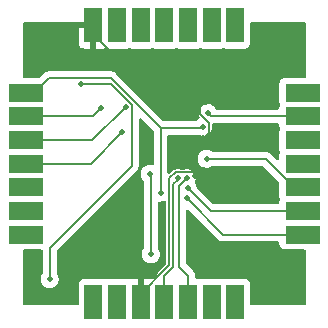
<source format=gbr>
G04 #@! TF.GenerationSoftware,KiCad,Pcbnew,(5.99.0-7341-g916db1094)*
G04 #@! TF.CreationDate,2020-12-04T14:01:58-06:00*
G04 #@! TF.ProjectId,CircuitBrains Basic v1_2,43697263-7569-4744-9272-61696e732042,rev?*
G04 #@! TF.SameCoordinates,Original*
G04 #@! TF.FileFunction,Copper,L2,Bot*
G04 #@! TF.FilePolarity,Positive*
%FSLAX46Y46*%
G04 Gerber Fmt 4.6, Leading zero omitted, Abs format (unit mm)*
G04 Created by KiCad (PCBNEW (5.99.0-7341-g916db1094)) date 2020-12-04 14:01:58*
%MOMM*%
%LPD*%
G01*
G04 APERTURE LIST*
G04 #@! TA.AperFunction,SMDPad,CuDef*
%ADD10R,3.000000X1.500000*%
G04 #@! TD*
G04 #@! TA.AperFunction,SMDPad,CuDef*
%ADD11R,1.500000X3.000000*%
G04 #@! TD*
G04 #@! TA.AperFunction,ViaPad*
%ADD12C,1.400000*%
G04 #@! TD*
G04 #@! TA.AperFunction,ViaPad*
%ADD13C,0.508000*%
G04 #@! TD*
G04 #@! TA.AperFunction,Conductor*
%ADD14C,0.152400*%
G04 #@! TD*
G04 #@! TA.AperFunction,Conductor*
%ADD15C,0.200000*%
G04 #@! TD*
G04 APERTURE END LIST*
D10*
X88350000Y-96500000D03*
X88350000Y-98500000D03*
X88350000Y-100500000D03*
X88350000Y-102500000D03*
X88350000Y-104500000D03*
X88350000Y-106500000D03*
X88350000Y-108500000D03*
D11*
X94100000Y-114250000D03*
X96100000Y-114250000D03*
X98100000Y-114250000D03*
X100100000Y-114250000D03*
X102100000Y-114250000D03*
X104100000Y-114250000D03*
X106100000Y-114250000D03*
D10*
X111850000Y-108500000D03*
X111850000Y-106500000D03*
X111850000Y-104500000D03*
X111850000Y-102500000D03*
X111850000Y-100500000D03*
X111850000Y-98500000D03*
X111850000Y-96500000D03*
D11*
X106100000Y-90750000D03*
X104100000Y-90750000D03*
X102100000Y-90750000D03*
X100100000Y-90750000D03*
X98100000Y-90750000D03*
X96100000Y-90750000D03*
X94100000Y-90750000D03*
D12*
X94100000Y-90000000D03*
X98100000Y-115000000D03*
D13*
X102699300Y-103563000D03*
X109000000Y-101350000D03*
X101300000Y-98600000D03*
X103132300Y-96412500D03*
X103385000Y-100350000D03*
X102220550Y-109120550D03*
D12*
X94100000Y-91500000D03*
D13*
X109650000Y-110300000D03*
X98950000Y-100100000D03*
X101450000Y-100350000D03*
D12*
X98100000Y-113500000D03*
X106100000Y-115000000D03*
X87600000Y-96500000D03*
X89100000Y-96500000D03*
X106100000Y-113500000D03*
D13*
X99780100Y-104941800D03*
X103365500Y-99368300D03*
D12*
X112600000Y-102500000D03*
X111100000Y-102500000D03*
X104100000Y-115000000D03*
X104100000Y-113500000D03*
D13*
X93009100Y-95766300D03*
X90391000Y-112268800D03*
D12*
X98100000Y-90000000D03*
X98100000Y-91500000D03*
X112600000Y-98500000D03*
D13*
X103795700Y-98234200D03*
D12*
X111100000Y-98500000D03*
X96100000Y-90000000D03*
X96100000Y-91500000D03*
X94100000Y-115000000D03*
X94100000Y-113500000D03*
D13*
X98850000Y-103367800D03*
X98951600Y-110163500D03*
D12*
X104100000Y-90000000D03*
X104100000Y-91500000D03*
X102100000Y-90000000D03*
X102100000Y-91500000D03*
X100100000Y-90000000D03*
X100100000Y-91500000D03*
X87600000Y-102500000D03*
X89100000Y-102500000D03*
D13*
X96511200Y-99854900D03*
D12*
X87600000Y-106500000D03*
X89100000Y-106500000D03*
X87600000Y-108500000D03*
X89100000Y-108500000D03*
X87600000Y-104500000D03*
X89100000Y-104500000D03*
X112600000Y-100500000D03*
X111100000Y-100500000D03*
X112600000Y-104500000D03*
D13*
X103678900Y-102085600D03*
D12*
X111100000Y-104500000D03*
X112600000Y-106500000D03*
X111100000Y-106500000D03*
D13*
X102072400Y-104560900D03*
D12*
X112600000Y-108500000D03*
D13*
X101995000Y-105436800D03*
D12*
X111100000Y-108500000D03*
X100100000Y-115000000D03*
D13*
X101221000Y-103740000D03*
D12*
X100100000Y-113500000D03*
X102100000Y-115000000D03*
X102100000Y-113500000D03*
D13*
X101979000Y-103740000D03*
D12*
X96100000Y-115000000D03*
X96100000Y-113500000D03*
X112600000Y-96500000D03*
X111100000Y-96500000D03*
X106100000Y-90000000D03*
X106100000Y-91500000D03*
X87600000Y-98500000D03*
D13*
X94750000Y-97806200D03*
D12*
X89100000Y-98500000D03*
X87600000Y-100500000D03*
X89100000Y-100500000D03*
D13*
X96815100Y-97665000D03*
D14*
X102585300Y-103200300D02*
X102585300Y-103449000D01*
X103132300Y-98296300D02*
X103132300Y-96412500D01*
X103385000Y-100350000D02*
X103777500Y-99957500D01*
X100534700Y-111065300D02*
X100534700Y-103712900D01*
X94100000Y-91500000D02*
X99012500Y-96412500D01*
X101047300Y-103200300D02*
X102585300Y-103200300D01*
X103905900Y-99957500D02*
X105298400Y-101350000D01*
X108640790Y-101350000D02*
X109000000Y-101350000D01*
X98100000Y-113500000D02*
X98100000Y-114250000D01*
X105298400Y-101350000D02*
X108640790Y-101350000D01*
X103777500Y-99957500D02*
X103905900Y-99957500D01*
X103905900Y-99957500D02*
X103905900Y-99069900D01*
X100534700Y-103712900D02*
X101047300Y-103200300D01*
X98100000Y-113500000D02*
X100534700Y-111065300D01*
X99012500Y-96412500D02*
X103132300Y-96412500D01*
X103905900Y-99069900D02*
X103132300Y-98296300D01*
X94100000Y-90750000D02*
X94100000Y-91500000D01*
X102585300Y-101149700D02*
X102585300Y-103200300D01*
X103385000Y-100350000D02*
X102585300Y-101149700D01*
X102585300Y-103449000D02*
X102699300Y-103563000D01*
X99780100Y-104941800D02*
X99780100Y-99474200D01*
X99780100Y-99474200D02*
X95572400Y-95266500D01*
X95572400Y-95266500D02*
X90333500Y-95266500D01*
X88350000Y-96500000D02*
X89100000Y-96500000D01*
X106100000Y-113500000D02*
X106100000Y-114250000D01*
X99780100Y-99474200D02*
X103259600Y-99474200D01*
X90333500Y-95266500D02*
X89100000Y-96500000D01*
X103259600Y-99474200D02*
X103365500Y-99368300D01*
X111100000Y-102500000D02*
X111850000Y-102500000D01*
X104100000Y-113500000D02*
X104100000Y-114250000D01*
X95599800Y-95766300D02*
X93009100Y-95766300D01*
X90391000Y-112268800D02*
X90391000Y-109607900D01*
X97342400Y-97508900D02*
X95599800Y-95766300D01*
X90391000Y-109607900D02*
X97342400Y-102656500D01*
X97342400Y-102656500D02*
X97342400Y-97508900D01*
X98100000Y-91500000D02*
X98100000Y-90750000D01*
X111100000Y-98500000D02*
X104061500Y-98500000D01*
X104061500Y-98500000D02*
X103795700Y-98234200D01*
X111850000Y-98500000D02*
X111100000Y-98500000D01*
X96100000Y-91500000D02*
X96100000Y-90750000D01*
X94100000Y-113500000D02*
X94100000Y-114250000D01*
X98951600Y-110163500D02*
X98951600Y-103469400D01*
X98951600Y-103469400D02*
X98850000Y-103367800D01*
X104100000Y-91500000D02*
X104100000Y-90750000D01*
X102100000Y-91500000D02*
X102100000Y-90750000D01*
X100100000Y-91500000D02*
X100100000Y-90750000D01*
X88350000Y-102500000D02*
X89100000Y-102500000D01*
X89100000Y-102500000D02*
X93866100Y-102500000D01*
X93866100Y-102500000D02*
X96511200Y-99854900D01*
X89100000Y-106500000D02*
X88350000Y-106500000D01*
X88350000Y-108500000D02*
X89100000Y-108500000D01*
X88350000Y-104500000D02*
X89100000Y-104500000D01*
X111850000Y-100500000D02*
X111100000Y-100500000D01*
X111850000Y-104500000D02*
X111100000Y-104500000D01*
X108685600Y-102085600D02*
X103678900Y-102085600D01*
X111100000Y-104500000D02*
X108685600Y-102085600D01*
X104011500Y-106500000D02*
X111100000Y-106500000D01*
X102072400Y-104560900D02*
X104011500Y-106500000D01*
X111100000Y-106500000D02*
X111850000Y-106500000D01*
X111850000Y-108500000D02*
X111100000Y-108500000D01*
X111100000Y-108500000D02*
X105058200Y-108500000D01*
X105058200Y-108500000D02*
X101995000Y-105436800D01*
D15*
X100100000Y-113500000D02*
X100100000Y-114250000D01*
X100875000Y-111225000D02*
X100100000Y-112000000D01*
X101221000Y-103740000D02*
X101221000Y-103862000D01*
X100100000Y-112000000D02*
X100100000Y-113500000D01*
X100875000Y-104208000D02*
X100875000Y-111225000D01*
X101221000Y-103862000D02*
X100875000Y-104208000D01*
X101979000Y-103740000D02*
X101325000Y-104394000D01*
X101325000Y-111225000D02*
X102100000Y-112000000D01*
X101325000Y-104394000D02*
X101325000Y-111225000D01*
X102100000Y-113500000D02*
X102100000Y-114250000D01*
X102100000Y-112000000D02*
X102100000Y-113500000D01*
D14*
X96100000Y-114250000D02*
X96100000Y-113500000D01*
X111100000Y-96500000D02*
X111850000Y-96500000D01*
X106100000Y-91500000D02*
X106100000Y-90750000D01*
X94056200Y-98500000D02*
X94750000Y-97806200D01*
X88350000Y-98500000D02*
X89100000Y-98500000D01*
X89100000Y-98500000D02*
X94056200Y-98500000D01*
X89100000Y-100500000D02*
X93980100Y-100500000D01*
X93980100Y-100500000D02*
X96815100Y-97665000D01*
X88350000Y-100500000D02*
X89100000Y-100500000D01*
G04 #@! TA.AperFunction,Conductor*
G36*
X102142012Y-106411155D02*
G01*
X102148594Y-106417283D01*
X103401748Y-107670438D01*
X104612052Y-108880742D01*
X104622920Y-108893134D01*
X104636193Y-108910432D01*
X104636196Y-108910435D01*
X104641219Y-108916981D01*
X104741039Y-108993575D01*
X104763350Y-109010695D01*
X104905574Y-109069606D01*
X105058200Y-109089700D01*
X105066388Y-109088622D01*
X105087990Y-109085778D01*
X105104437Y-109084700D01*
X109710500Y-109084700D01*
X109778621Y-109104702D01*
X109825114Y-109158358D01*
X109836500Y-109210700D01*
X109836500Y-109250000D01*
X109841727Y-109323079D01*
X109882904Y-109463316D01*
X109887775Y-109470895D01*
X109957051Y-109578691D01*
X109957053Y-109578694D01*
X109961923Y-109586271D01*
X109968733Y-109592172D01*
X110065569Y-109676082D01*
X110065572Y-109676084D01*
X110072381Y-109681984D01*
X110080579Y-109685728D01*
X110132819Y-109709585D01*
X110205330Y-109742700D01*
X110214245Y-109743982D01*
X110214246Y-109743982D01*
X110345552Y-109762861D01*
X110345559Y-109762862D01*
X110350000Y-109763500D01*
X111966000Y-109763500D01*
X112034121Y-109783502D01*
X112080614Y-109837158D01*
X112092000Y-109889500D01*
X112092000Y-114366000D01*
X112071998Y-114434121D01*
X112018342Y-114480614D01*
X111966000Y-114492000D01*
X107489500Y-114492000D01*
X107421379Y-114471998D01*
X107374886Y-114418342D01*
X107363500Y-114366000D01*
X107363500Y-112750000D01*
X107358273Y-112676921D01*
X107317096Y-112536684D01*
X107261269Y-112449816D01*
X107242949Y-112421309D01*
X107242947Y-112421306D01*
X107238077Y-112413729D01*
X107231267Y-112407828D01*
X107134431Y-112323918D01*
X107134428Y-112323916D01*
X107127619Y-112318016D01*
X107065629Y-112289706D01*
X107002864Y-112261042D01*
X107002863Y-112261042D01*
X106994670Y-112257300D01*
X106985755Y-112256018D01*
X106985754Y-112256018D01*
X106854448Y-112237139D01*
X106854441Y-112237138D01*
X106850000Y-112236500D01*
X105350000Y-112236500D01*
X105276921Y-112241727D01*
X105136684Y-112282904D01*
X105136119Y-112280981D01*
X105077321Y-112289434D01*
X105042912Y-112279331D01*
X105002864Y-112261042D01*
X105002863Y-112261042D01*
X104994670Y-112257300D01*
X104985759Y-112256019D01*
X104985756Y-112256018D01*
X104854448Y-112237139D01*
X104854441Y-112237138D01*
X104850000Y-112236500D01*
X103350000Y-112236500D01*
X103276921Y-112241727D01*
X103136684Y-112282904D01*
X103136119Y-112280981D01*
X103077321Y-112289434D01*
X103042912Y-112279331D01*
X103002864Y-112261042D01*
X103002863Y-112261042D01*
X102994670Y-112257300D01*
X102985759Y-112256019D01*
X102985756Y-112256018D01*
X102854448Y-112237139D01*
X102854441Y-112237138D01*
X102850000Y-112236500D01*
X102834500Y-112236500D01*
X102766379Y-112216498D01*
X102719886Y-112162842D01*
X102708500Y-112110500D01*
X102708500Y-112046238D01*
X102709578Y-112029792D01*
X102712422Y-112008189D01*
X102712422Y-112008188D01*
X102713500Y-112000000D01*
X102692596Y-111841214D01*
X102656693Y-111754539D01*
X102631307Y-111693250D01*
X102533810Y-111566190D01*
X102509964Y-111547893D01*
X102497579Y-111537031D01*
X101970405Y-111009858D01*
X101936380Y-110947545D01*
X101933500Y-110920762D01*
X101933500Y-106506379D01*
X101953502Y-106438258D01*
X102007158Y-106391765D01*
X102077432Y-106381661D01*
X102142012Y-106411155D01*
G37*
G04 #@! TD.AperFunction*
G04 #@! TA.AperFunction,Conductor*
G36*
X98135612Y-98657056D02*
G01*
X98142193Y-98663183D01*
X98667234Y-99188225D01*
X99158496Y-99679487D01*
X99192522Y-99741799D01*
X99195401Y-99768582D01*
X99195400Y-102506063D01*
X99175398Y-102574184D01*
X99121742Y-102620677D01*
X99051468Y-102630780D01*
X99032877Y-102626653D01*
X98992923Y-102614552D01*
X98992914Y-102614550D01*
X98985913Y-102612430D01*
X98808495Y-102601423D01*
X98801280Y-102602663D01*
X98801277Y-102602663D01*
X98661330Y-102626711D01*
X98633303Y-102631527D01*
X98626568Y-102634393D01*
X98626567Y-102634393D01*
X98557089Y-102663956D01*
X98469735Y-102701125D01*
X98463847Y-102705458D01*
X98463842Y-102705461D01*
X98340574Y-102796177D01*
X98326566Y-102806486D01*
X98321822Y-102812069D01*
X98321823Y-102812069D01*
X98216214Y-102936378D01*
X98216211Y-102936382D01*
X98211475Y-102941957D01*
X98130636Y-103100271D01*
X98128896Y-103107380D01*
X98128895Y-103107384D01*
X98094828Y-103246606D01*
X98088385Y-103272936D01*
X98086989Y-103450690D01*
X98126523Y-103623997D01*
X98204865Y-103783561D01*
X98317814Y-103920823D01*
X98323644Y-103925257D01*
X98328270Y-103929708D01*
X98363485Y-103991356D01*
X98366901Y-104020498D01*
X98366900Y-109628005D01*
X98346898Y-109696126D01*
X98336932Y-109709576D01*
X98313075Y-109737657D01*
X98232236Y-109895971D01*
X98230496Y-109903080D01*
X98230495Y-109903084D01*
X98191725Y-110061524D01*
X98189985Y-110068636D01*
X98188589Y-110246390D01*
X98228123Y-110419697D01*
X98306465Y-110579261D01*
X98311113Y-110584910D01*
X98311114Y-110584911D01*
X98377017Y-110665000D01*
X98419414Y-110716523D01*
X98503231Y-110780259D01*
X98555086Y-110819691D01*
X98555089Y-110819693D01*
X98560911Y-110824120D01*
X98567592Y-110827087D01*
X98567596Y-110827090D01*
X98716678Y-110893309D01*
X98716680Y-110893310D01*
X98723365Y-110896279D01*
X98898062Y-110929130D01*
X98905370Y-110928792D01*
X98905373Y-110928792D01*
X99068316Y-110921251D01*
X99068320Y-110921250D01*
X99075631Y-110920912D01*
X99157090Y-110897631D01*
X99239505Y-110874077D01*
X99239508Y-110874076D01*
X99246547Y-110872064D01*
X99340066Y-110819691D01*
X99395253Y-110788785D01*
X99395256Y-110788783D01*
X99401641Y-110785207D01*
X99532594Y-110665000D01*
X99632381Y-110517892D01*
X99695649Y-110351773D01*
X99719005Y-110175555D01*
X99719100Y-110163500D01*
X99698515Y-109986937D01*
X99667786Y-109902279D01*
X99640359Y-109826721D01*
X99640359Y-109826720D01*
X99637863Y-109819845D01*
X99584832Y-109738958D01*
X99556928Y-109696398D01*
X99536300Y-109627313D01*
X99536300Y-105823555D01*
X99556302Y-105755434D01*
X99609958Y-105708941D01*
X99685585Y-105699725D01*
X99719370Y-105706078D01*
X99719374Y-105706078D01*
X99726562Y-105707430D01*
X99733870Y-105707092D01*
X99733873Y-105707092D01*
X99896816Y-105699551D01*
X99896820Y-105699550D01*
X99904131Y-105699212D01*
X99911171Y-105697200D01*
X100068005Y-105652377D01*
X100068008Y-105652376D01*
X100075047Y-105650364D01*
X100081438Y-105646785D01*
X100088190Y-105643974D01*
X100088987Y-105645888D01*
X100148138Y-105632353D01*
X100214921Y-105656447D01*
X100258076Y-105712823D01*
X100266500Y-105758121D01*
X100266501Y-110920760D01*
X100246499Y-110988881D01*
X100229597Y-111009855D01*
X99702427Y-111537026D01*
X99690035Y-111547893D01*
X99672743Y-111561161D01*
X99672740Y-111561164D01*
X99666190Y-111566190D01*
X99568693Y-111693251D01*
X99565533Y-111700881D01*
X99565532Y-111700882D01*
X99543308Y-111754537D01*
X99517921Y-111815829D01*
X99507406Y-111841214D01*
X99507405Y-111841216D01*
X99491500Y-111962023D01*
X99491500Y-111962028D01*
X99486501Y-112000000D01*
X99487579Y-112008188D01*
X99487579Y-112008189D01*
X99490422Y-112029784D01*
X99491500Y-112046230D01*
X99491500Y-112110500D01*
X99471498Y-112178621D01*
X99417842Y-112225114D01*
X99365500Y-112236500D01*
X99350000Y-112236500D01*
X99276921Y-112241727D01*
X99136684Y-112282904D01*
X99136172Y-112281160D01*
X99076723Y-112289706D01*
X99042317Y-112279603D01*
X99002728Y-112261524D01*
X98985612Y-112256498D01*
X98854446Y-112237639D01*
X98845505Y-112237000D01*
X98372115Y-112237000D01*
X98356876Y-112241475D01*
X98355671Y-112242865D01*
X98354000Y-112250548D01*
X98353999Y-114366000D01*
X98333997Y-114434121D01*
X98280341Y-114480614D01*
X98227999Y-114492000D01*
X97972000Y-114492000D01*
X97903879Y-114471998D01*
X97857386Y-114418342D01*
X97846000Y-114366000D01*
X97846001Y-112255115D01*
X97841526Y-112239876D01*
X97840136Y-112238671D01*
X97832453Y-112237000D01*
X97352257Y-112237000D01*
X97347750Y-112237161D01*
X97283731Y-112241740D01*
X97270509Y-112244126D01*
X97136892Y-112283359D01*
X97136293Y-112281318D01*
X97077922Y-112289709D01*
X97043514Y-112279606D01*
X97002865Y-112261042D01*
X97002862Y-112261041D01*
X96994670Y-112257300D01*
X96985755Y-112256018D01*
X96985754Y-112256018D01*
X96854448Y-112237139D01*
X96854441Y-112237138D01*
X96850000Y-112236500D01*
X95350000Y-112236500D01*
X95276921Y-112241727D01*
X95136684Y-112282904D01*
X95136119Y-112280981D01*
X95077321Y-112289434D01*
X95042912Y-112279331D01*
X95002864Y-112261042D01*
X95002863Y-112261042D01*
X94994670Y-112257300D01*
X94985759Y-112256019D01*
X94985756Y-112256018D01*
X94854448Y-112237139D01*
X94854441Y-112237138D01*
X94850000Y-112236500D01*
X93350000Y-112236500D01*
X93276921Y-112241727D01*
X93223884Y-112257300D01*
X93145330Y-112280365D01*
X93145328Y-112280366D01*
X93136684Y-112282904D01*
X93100980Y-112305850D01*
X93021309Y-112357051D01*
X93021306Y-112357053D01*
X93013729Y-112361923D01*
X93007828Y-112368733D01*
X92923918Y-112465569D01*
X92923916Y-112465572D01*
X92918016Y-112472381D01*
X92857300Y-112605330D01*
X92856018Y-112614245D01*
X92856018Y-112614246D01*
X92837139Y-112745552D01*
X92837138Y-112745559D01*
X92836500Y-112750000D01*
X92836500Y-114366000D01*
X92816498Y-114434121D01*
X92762842Y-114480614D01*
X92710500Y-114492000D01*
X88234000Y-114492000D01*
X88165879Y-114471998D01*
X88119386Y-114418342D01*
X88108000Y-114366000D01*
X88108000Y-109889500D01*
X88128002Y-109821379D01*
X88181658Y-109774886D01*
X88234000Y-109763500D01*
X89680301Y-109763500D01*
X89748422Y-109783502D01*
X89794915Y-109837158D01*
X89806301Y-109889500D01*
X89806300Y-110819691D01*
X89806300Y-111733305D01*
X89786298Y-111801426D01*
X89776332Y-111814876D01*
X89752475Y-111842957D01*
X89671636Y-112001271D01*
X89669896Y-112008380D01*
X89669895Y-112008384D01*
X89631125Y-112166824D01*
X89629385Y-112173936D01*
X89629328Y-112181254D01*
X89629327Y-112181258D01*
X89628852Y-112241740D01*
X89627989Y-112351690D01*
X89667523Y-112524997D01*
X89745865Y-112684561D01*
X89750513Y-112690210D01*
X89750514Y-112690211D01*
X89816417Y-112770300D01*
X89858814Y-112821823D01*
X89942631Y-112885559D01*
X89994486Y-112924991D01*
X89994489Y-112924993D01*
X90000311Y-112929420D01*
X90006992Y-112932387D01*
X90006996Y-112932390D01*
X90156078Y-112998609D01*
X90156080Y-112998610D01*
X90162765Y-113001579D01*
X90337462Y-113034430D01*
X90344770Y-113034092D01*
X90344773Y-113034092D01*
X90507716Y-113026551D01*
X90507720Y-113026550D01*
X90515031Y-113026212D01*
X90596490Y-113002931D01*
X90678905Y-112979377D01*
X90678908Y-112979376D01*
X90685947Y-112977364D01*
X90779466Y-112924991D01*
X90834653Y-112894085D01*
X90834656Y-112894083D01*
X90841041Y-112890507D01*
X90971994Y-112770300D01*
X91071781Y-112623192D01*
X91135049Y-112457073D01*
X91152698Y-112323918D01*
X91157893Y-112284719D01*
X91157893Y-112284717D01*
X91158405Y-112280855D01*
X91158500Y-112268800D01*
X91157596Y-112261042D01*
X91138763Y-112099507D01*
X91138762Y-112099504D01*
X91137915Y-112092237D01*
X91120843Y-112045203D01*
X91079759Y-111932021D01*
X91079759Y-111932020D01*
X91077263Y-111925145D01*
X91071017Y-111915617D01*
X90996328Y-111801698D01*
X90975700Y-111732613D01*
X90975700Y-109902279D01*
X90995702Y-109834158D01*
X91012605Y-109813184D01*
X97723146Y-103102644D01*
X97735538Y-103091776D01*
X97738244Y-103089700D01*
X97759381Y-103073481D01*
X97782366Y-103043527D01*
X97810706Y-103006593D01*
X97853095Y-102951350D01*
X97912006Y-102809126D01*
X97927100Y-102694478D01*
X97927100Y-102694477D01*
X97932100Y-102656501D01*
X97928178Y-102626711D01*
X97927100Y-102610264D01*
X97927100Y-98752280D01*
X97947102Y-98684159D01*
X98000758Y-98637666D01*
X98071032Y-98627562D01*
X98135612Y-98657056D01*
G37*
G04 #@! TD.AperFunction*
G04 #@! TA.AperFunction,Conductor*
G36*
X109778621Y-99104702D02*
G01*
X109825114Y-99158358D01*
X109836500Y-99210700D01*
X109836500Y-99250000D01*
X109841727Y-99323079D01*
X109862748Y-99394670D01*
X109882904Y-99463316D01*
X109880981Y-99463881D01*
X109889434Y-99522679D01*
X109879331Y-99557088D01*
X109861042Y-99597136D01*
X109857300Y-99605330D01*
X109856019Y-99614241D01*
X109856018Y-99614244D01*
X109837139Y-99745552D01*
X109837138Y-99745559D01*
X109836500Y-99750000D01*
X109836500Y-101250000D01*
X109841727Y-101323079D01*
X109862748Y-101394670D01*
X109882904Y-101463316D01*
X109880981Y-101463881D01*
X109889434Y-101522679D01*
X109879331Y-101557088D01*
X109868899Y-101579932D01*
X109857300Y-101605330D01*
X109856019Y-101614241D01*
X109856018Y-101614244D01*
X109837139Y-101745552D01*
X109837138Y-101745559D01*
X109836500Y-101750000D01*
X109836500Y-102105421D01*
X109816498Y-102173542D01*
X109762842Y-102220035D01*
X109692568Y-102230139D01*
X109627988Y-102200645D01*
X109621405Y-102194516D01*
X109131752Y-101704863D01*
X109120884Y-101692472D01*
X109107604Y-101675165D01*
X109107603Y-101675164D01*
X109102581Y-101668619D01*
X108980450Y-101574905D01*
X108838226Y-101515994D01*
X108723578Y-101500900D01*
X108685600Y-101495900D01*
X108677412Y-101496978D01*
X108655810Y-101499822D01*
X108639363Y-101500900D01*
X104219067Y-101500900D01*
X104150946Y-101480898D01*
X104143883Y-101475996D01*
X104138651Y-101471039D01*
X104132328Y-101467366D01*
X104132325Y-101467364D01*
X103991265Y-101385430D01*
X103991266Y-101385430D01*
X103984940Y-101381756D01*
X103814813Y-101330230D01*
X103637395Y-101319223D01*
X103630180Y-101320463D01*
X103630177Y-101320463D01*
X103469419Y-101348087D01*
X103462203Y-101349327D01*
X103298635Y-101418925D01*
X103292747Y-101423258D01*
X103292742Y-101423261D01*
X103162438Y-101519155D01*
X103155466Y-101524286D01*
X103150722Y-101529869D01*
X103150723Y-101529869D01*
X103045114Y-101654178D01*
X103045111Y-101654182D01*
X103040375Y-101659757D01*
X102959536Y-101818071D01*
X102957796Y-101825180D01*
X102957795Y-101825184D01*
X102935744Y-101915300D01*
X102917285Y-101990736D01*
X102915889Y-102168490D01*
X102955423Y-102341797D01*
X103033765Y-102501361D01*
X103146714Y-102638623D01*
X103225142Y-102698261D01*
X103282386Y-102741791D01*
X103282389Y-102741793D01*
X103288211Y-102746220D01*
X103294892Y-102749187D01*
X103294896Y-102749190D01*
X103443978Y-102815409D01*
X103443980Y-102815410D01*
X103450665Y-102818379D01*
X103625362Y-102851230D01*
X103632670Y-102850892D01*
X103632673Y-102850892D01*
X103795616Y-102843351D01*
X103795620Y-102843350D01*
X103802931Y-102843012D01*
X103884390Y-102819731D01*
X103966805Y-102796177D01*
X103966808Y-102796176D01*
X103973847Y-102794164D01*
X104128941Y-102707307D01*
X104134332Y-102702358D01*
X104140266Y-102698063D01*
X104141279Y-102699462D01*
X104196818Y-102672148D01*
X104218318Y-102670300D01*
X108391221Y-102670300D01*
X108459342Y-102690302D01*
X108480316Y-102707205D01*
X109799595Y-104026485D01*
X109833621Y-104088797D01*
X109836500Y-104115580D01*
X109836500Y-105250000D01*
X109841727Y-105323079D01*
X109862748Y-105394670D01*
X109882904Y-105463316D01*
X109880981Y-105463881D01*
X109889434Y-105522679D01*
X109879331Y-105557088D01*
X109876400Y-105563507D01*
X109857300Y-105605330D01*
X109856019Y-105614241D01*
X109856018Y-105614244D01*
X109837139Y-105745552D01*
X109837138Y-105745559D01*
X109836500Y-105750000D01*
X109836500Y-105789300D01*
X109816498Y-105857421D01*
X109762842Y-105903914D01*
X109710500Y-105915300D01*
X104305882Y-105915300D01*
X104237761Y-105895298D01*
X104216787Y-105878396D01*
X102863045Y-104524656D01*
X102829020Y-104462343D01*
X102826988Y-104450151D01*
X102820163Y-104391607D01*
X102820162Y-104391603D01*
X102819315Y-104384337D01*
X102758663Y-104217245D01*
X102701795Y-104130506D01*
X102681172Y-104062572D01*
X102689418Y-104016576D01*
X102720443Y-103935115D01*
X102723049Y-103928273D01*
X102724037Y-103920823D01*
X102745893Y-103755919D01*
X102745893Y-103755917D01*
X102746405Y-103752055D01*
X102746500Y-103740000D01*
X102746047Y-103736111D01*
X102726763Y-103570707D01*
X102726762Y-103570704D01*
X102725915Y-103563437D01*
X102684990Y-103450690D01*
X102667759Y-103403221D01*
X102667759Y-103403220D01*
X102665263Y-103396345D01*
X102634023Y-103348695D01*
X102571811Y-103253806D01*
X102571810Y-103253805D01*
X102567799Y-103247687D01*
X102438751Y-103125439D01*
X102285040Y-103036156D01*
X102114913Y-102984630D01*
X101937495Y-102973623D01*
X101930280Y-102974863D01*
X101930277Y-102974863D01*
X101769519Y-103002487D01*
X101762303Y-103003727D01*
X101755568Y-103006593D01*
X101755567Y-103006593D01*
X101652347Y-103050513D01*
X101581833Y-103058779D01*
X101539731Y-103043527D01*
X101533373Y-103039834D01*
X101533370Y-103039833D01*
X101527040Y-103036156D01*
X101356913Y-102984630D01*
X101179495Y-102973623D01*
X101172280Y-102974863D01*
X101172277Y-102974863D01*
X101011519Y-103002487D01*
X101004303Y-103003727D01*
X100997568Y-103006593D01*
X100997567Y-103006593D01*
X100933071Y-103034036D01*
X100840735Y-103073325D01*
X100834847Y-103077658D01*
X100834842Y-103077661D01*
X100703466Y-103174344D01*
X100697566Y-103178686D01*
X100611275Y-103280258D01*
X100586825Y-103309037D01*
X100527477Y-103348002D01*
X100456483Y-103348695D01*
X100396385Y-103310896D01*
X100366263Y-103246606D01*
X100364800Y-103227458D01*
X100364800Y-100184900D01*
X100384802Y-100116779D01*
X100438458Y-100070286D01*
X100490800Y-100058900D01*
X103015580Y-100058900D01*
X103066728Y-100069748D01*
X103130578Y-100098109D01*
X103130580Y-100098110D01*
X103137265Y-100101079D01*
X103311962Y-100133930D01*
X103319270Y-100133592D01*
X103319273Y-100133592D01*
X103482216Y-100126051D01*
X103482220Y-100126050D01*
X103489531Y-100125712D01*
X103570990Y-100102431D01*
X103653405Y-100078877D01*
X103653408Y-100078876D01*
X103660447Y-100076864D01*
X103717674Y-100044816D01*
X103809153Y-99993585D01*
X103809156Y-99993583D01*
X103815541Y-99990007D01*
X103946494Y-99869800D01*
X104046281Y-99722692D01*
X104109549Y-99556573D01*
X104116918Y-99500979D01*
X104132393Y-99384219D01*
X104132393Y-99384217D01*
X104132905Y-99380355D01*
X104133000Y-99368300D01*
X104118684Y-99245503D01*
X104116327Y-99225291D01*
X104128306Y-99155312D01*
X104176216Y-99102919D01*
X104241479Y-99084700D01*
X109710500Y-99084700D01*
X109778621Y-99104702D01*
G37*
G04 #@! TD.AperFunction*
G04 #@! TA.AperFunction,Conductor*
G36*
X94296121Y-90528002D02*
G01*
X94342614Y-90581658D01*
X94354000Y-90634000D01*
X94353999Y-92744885D01*
X94358474Y-92760124D01*
X94359864Y-92761329D01*
X94367547Y-92763000D01*
X94847743Y-92763000D01*
X94852250Y-92762839D01*
X94916269Y-92758260D01*
X94929491Y-92755874D01*
X95063108Y-92716641D01*
X95063707Y-92718682D01*
X95122078Y-92710291D01*
X95156486Y-92720394D01*
X95197135Y-92738958D01*
X95197138Y-92738959D01*
X95205330Y-92742700D01*
X95214245Y-92743982D01*
X95214246Y-92743982D01*
X95345552Y-92762861D01*
X95345559Y-92762862D01*
X95350000Y-92763500D01*
X96850000Y-92763500D01*
X96923079Y-92758273D01*
X97063316Y-92717096D01*
X97063881Y-92719019D01*
X97122679Y-92710566D01*
X97157088Y-92720669D01*
X97196083Y-92738477D01*
X97205330Y-92742700D01*
X97214241Y-92743981D01*
X97214244Y-92743982D01*
X97345552Y-92762861D01*
X97345559Y-92762862D01*
X97350000Y-92763500D01*
X98850000Y-92763500D01*
X98923079Y-92758273D01*
X99063316Y-92717096D01*
X99063881Y-92719019D01*
X99122679Y-92710566D01*
X99157088Y-92720669D01*
X99196083Y-92738477D01*
X99205330Y-92742700D01*
X99214241Y-92743981D01*
X99214244Y-92743982D01*
X99345552Y-92762861D01*
X99345559Y-92762862D01*
X99350000Y-92763500D01*
X100850000Y-92763500D01*
X100923079Y-92758273D01*
X101063316Y-92717096D01*
X101063881Y-92719019D01*
X101122679Y-92710566D01*
X101157088Y-92720669D01*
X101196083Y-92738477D01*
X101205330Y-92742700D01*
X101214241Y-92743981D01*
X101214244Y-92743982D01*
X101345552Y-92762861D01*
X101345559Y-92762862D01*
X101350000Y-92763500D01*
X102850000Y-92763500D01*
X102923079Y-92758273D01*
X103063316Y-92717096D01*
X103063881Y-92719019D01*
X103122679Y-92710566D01*
X103157088Y-92720669D01*
X103196083Y-92738477D01*
X103205330Y-92742700D01*
X103214241Y-92743981D01*
X103214244Y-92743982D01*
X103345552Y-92762861D01*
X103345559Y-92762862D01*
X103350000Y-92763500D01*
X104850000Y-92763500D01*
X104923079Y-92758273D01*
X105063316Y-92717096D01*
X105063881Y-92719019D01*
X105122679Y-92710566D01*
X105157088Y-92720669D01*
X105196083Y-92738477D01*
X105205330Y-92742700D01*
X105214241Y-92743981D01*
X105214244Y-92743982D01*
X105345552Y-92762861D01*
X105345559Y-92762862D01*
X105350000Y-92763500D01*
X106850000Y-92763500D01*
X106923079Y-92758273D01*
X107001165Y-92735345D01*
X107054670Y-92719635D01*
X107054672Y-92719634D01*
X107063316Y-92717096D01*
X107127788Y-92675662D01*
X107178691Y-92642949D01*
X107178694Y-92642947D01*
X107186271Y-92638077D01*
X107226330Y-92591847D01*
X107276082Y-92534431D01*
X107276084Y-92534428D01*
X107281984Y-92527619D01*
X107342700Y-92394670D01*
X107353972Y-92316269D01*
X107362861Y-92254448D01*
X107362862Y-92254441D01*
X107363500Y-92250000D01*
X107363500Y-90634000D01*
X107383502Y-90565879D01*
X107437158Y-90519386D01*
X107489500Y-90508000D01*
X111966000Y-90508000D01*
X112034121Y-90528002D01*
X112080614Y-90581658D01*
X112092000Y-90634000D01*
X112092000Y-95110500D01*
X112071998Y-95178621D01*
X112018342Y-95225114D01*
X111966000Y-95236500D01*
X110350000Y-95236500D01*
X110276921Y-95241727D01*
X110223884Y-95257300D01*
X110145330Y-95280365D01*
X110145328Y-95280366D01*
X110136684Y-95282904D01*
X110129105Y-95287775D01*
X110021309Y-95357051D01*
X110021306Y-95357053D01*
X110013729Y-95361923D01*
X110007828Y-95368733D01*
X109923918Y-95465569D01*
X109923916Y-95465572D01*
X109918016Y-95472381D01*
X109857300Y-95605330D01*
X109856018Y-95614245D01*
X109856018Y-95614246D01*
X109837139Y-95745552D01*
X109837138Y-95745559D01*
X109836500Y-95750000D01*
X109836500Y-97250000D01*
X109841727Y-97323079D01*
X109865154Y-97402864D01*
X109882904Y-97463316D01*
X109880981Y-97463881D01*
X109889434Y-97522679D01*
X109879331Y-97557088D01*
X109872585Y-97571861D01*
X109857300Y-97605330D01*
X109856019Y-97614241D01*
X109856018Y-97614244D01*
X109837139Y-97745552D01*
X109837138Y-97745559D01*
X109836500Y-97750000D01*
X109836500Y-97789300D01*
X109816498Y-97857421D01*
X109762842Y-97903914D01*
X109710500Y-97915300D01*
X104566250Y-97915300D01*
X104498129Y-97895298D01*
X104460878Y-97858385D01*
X104388511Y-97748006D01*
X104388510Y-97748005D01*
X104384499Y-97741887D01*
X104255451Y-97619639D01*
X104101740Y-97530356D01*
X103931613Y-97478830D01*
X103754195Y-97467823D01*
X103746980Y-97469063D01*
X103746977Y-97469063D01*
X103586219Y-97496687D01*
X103579003Y-97497927D01*
X103415435Y-97567525D01*
X103409547Y-97571858D01*
X103409542Y-97571861D01*
X103278166Y-97668544D01*
X103272266Y-97672886D01*
X103267522Y-97678469D01*
X103267523Y-97678469D01*
X103161914Y-97802778D01*
X103161911Y-97802782D01*
X103157175Y-97808357D01*
X103076336Y-97966671D01*
X103074596Y-97973780D01*
X103074595Y-97973784D01*
X103035825Y-98132224D01*
X103034085Y-98139336D01*
X103032689Y-98317090D01*
X103072223Y-98490397D01*
X103075448Y-98496967D01*
X103075449Y-98496968D01*
X103084357Y-98515111D01*
X103096425Y-98585075D01*
X103068751Y-98650456D01*
X103020586Y-98686583D01*
X102991969Y-98698759D01*
X102991964Y-98698762D01*
X102985235Y-98701625D01*
X102979347Y-98705958D01*
X102979342Y-98705961D01*
X102881491Y-98777972D01*
X102842066Y-98806986D01*
X102809702Y-98845081D01*
X102750356Y-98884044D01*
X102713679Y-98889500D01*
X100074481Y-98889500D01*
X100006360Y-98869498D01*
X99985386Y-98852595D01*
X96018552Y-94885763D01*
X96007684Y-94873372D01*
X95994404Y-94856065D01*
X95994403Y-94856064D01*
X95989381Y-94849519D01*
X95867250Y-94755805D01*
X95725026Y-94696894D01*
X95610378Y-94681800D01*
X95572400Y-94676800D01*
X95564212Y-94677878D01*
X95542610Y-94680722D01*
X95526163Y-94681800D01*
X90379729Y-94681800D01*
X90363283Y-94680722D01*
X90341688Y-94677879D01*
X90341687Y-94677879D01*
X90333499Y-94676801D01*
X90325311Y-94677879D01*
X90325309Y-94677879D01*
X90295532Y-94681799D01*
X90295519Y-94681800D01*
X90214507Y-94692466D01*
X90180874Y-94696894D01*
X90038650Y-94755805D01*
X89916519Y-94849519D01*
X89911496Y-94856065D01*
X89898226Y-94873359D01*
X89887359Y-94885750D01*
X89573515Y-95199595D01*
X89511202Y-95233620D01*
X89484419Y-95236500D01*
X88234000Y-95236500D01*
X88165879Y-95216498D01*
X88119386Y-95162842D01*
X88108000Y-95110500D01*
X88108000Y-91017547D01*
X92837000Y-91017547D01*
X92837000Y-92247743D01*
X92837161Y-92252250D01*
X92841740Y-92316269D01*
X92844126Y-92329491D01*
X92880819Y-92454458D01*
X92888233Y-92470692D01*
X92957426Y-92578360D01*
X92969112Y-92591847D01*
X93065840Y-92675662D01*
X93080848Y-92685307D01*
X93197275Y-92738477D01*
X93214388Y-92743502D01*
X93345554Y-92762361D01*
X93354495Y-92763000D01*
X93827885Y-92763000D01*
X93843124Y-92758525D01*
X93844329Y-92757135D01*
X93846000Y-92749452D01*
X93846001Y-91022115D01*
X93841526Y-91006876D01*
X93840136Y-91005671D01*
X93832453Y-91004000D01*
X92855115Y-91003999D01*
X92839876Y-91008474D01*
X92838671Y-91009864D01*
X92837000Y-91017547D01*
X88108000Y-91017547D01*
X88108000Y-90634000D01*
X88128002Y-90565879D01*
X88181658Y-90519386D01*
X88234000Y-90508000D01*
X94228000Y-90508000D01*
X94296121Y-90528002D01*
G37*
G04 #@! TD.AperFunction*
M02*

</source>
